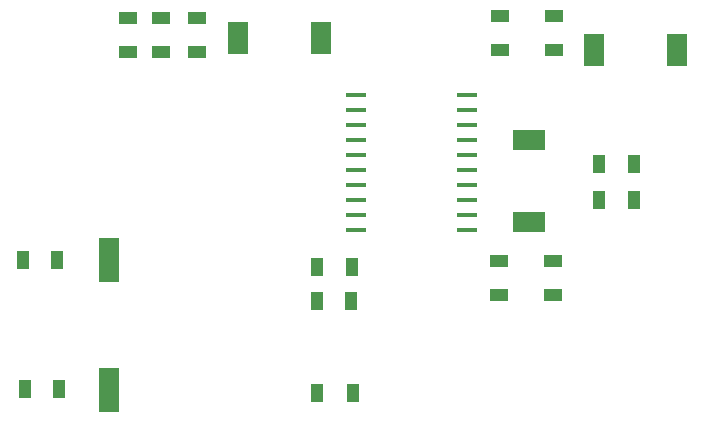
<source format=gbr>
G04 DipTrace 3.0.0.1*
G04 Íèæíÿÿï.ìàñêà.gbr*
%MOMM*%
G04 #@! TF.FileFunction,Paste,Bot*
G04 #@! TF.Part,Single*
%ADD52R,1.8X0.4*%
%ADD61R,1.8X3.8*%
%ADD65R,2.8X1.8*%
%ADD69R,1.6X1.0*%
%ADD71R,1.8X2.8*%
%ADD73R,1.0X1.6*%
%FSLAX35Y35*%
G04*
G71*
G90*
G75*
G01*
G04 BotPaste*
%LPD*%
D73*
X6200010Y2143000D3*
X5910010D3*
X3421883Y2492250D3*
X3711883D3*
D71*
X5946010Y4365500D3*
X5246010D3*
D69*
X4898257Y4540120D3*
Y4250120D3*
D73*
X3437760Y1396870D3*
X3727760D3*
D69*
X4596633Y4540120D3*
Y4250120D3*
X7454200Y2190630D3*
Y2480630D3*
X7914500Y2190630D3*
Y2480630D3*
X4310883Y4540120D3*
Y4250120D3*
X7464200Y4555770D3*
Y4265770D3*
X7924500Y4555770D3*
Y4265770D3*
D65*
X7708133Y3508250D3*
Y2808250D3*
D71*
X8962160Y4270037D3*
X8262160D3*
D61*
X4152133Y2492250D3*
Y1392250D3*
D73*
X6216073Y1365217D3*
X5916073D3*
X5914260Y2428750D3*
X6214260D3*
X8597133Y3000247D3*
X8297133D3*
X8597133Y3301877D3*
X8297133D3*
D52*
X6247637Y2746250D3*
Y2873250D3*
Y3000250D3*
Y3127250D3*
Y3254250D3*
Y3381250D3*
Y3508250D3*
Y3635250D3*
Y3762250D3*
Y3889250D3*
X7187637D3*
Y3762250D3*
Y3635250D3*
Y3508250D3*
Y3381250D3*
Y3254250D3*
Y3127250D3*
Y3000250D3*
Y2873250D3*
Y2746250D3*
M02*

</source>
